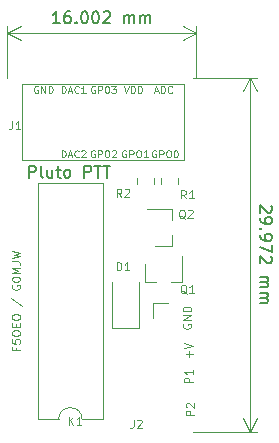
<source format=gbr>
G04 #@! TF.GenerationSoftware,KiCad,Pcbnew,(5.1.2)-2*
G04 #@! TF.CreationDate,2020-01-05T09:35:50+00:00*
G04 #@! TF.ProjectId,PlutoPTT,506c7574-6f50-4545-942e-6b696361645f,rev?*
G04 #@! TF.SameCoordinates,Original*
G04 #@! TF.FileFunction,Legend,Top*
G04 #@! TF.FilePolarity,Positive*
%FSLAX46Y46*%
G04 Gerber Fmt 4.6, Leading zero omitted, Abs format (unit mm)*
G04 Created by KiCad (PCBNEW (5.1.2)-2) date 2020-01-05 09:35:50*
%MOMM*%
%LPD*%
G04 APERTURE LIST*
%ADD10C,0.150000*%
%ADD11C,0.120000*%
%ADD12C,0.100000*%
G04 APERTURE END LIST*
D10*
X66111857Y-49220380D02*
X66111857Y-48220380D01*
X66492809Y-48220380D01*
X66588047Y-48268000D01*
X66635666Y-48315619D01*
X66683285Y-48410857D01*
X66683285Y-48553714D01*
X66635666Y-48648952D01*
X66588047Y-48696571D01*
X66492809Y-48744190D01*
X66111857Y-48744190D01*
X67254714Y-49220380D02*
X67159476Y-49172761D01*
X67111857Y-49077523D01*
X67111857Y-48220380D01*
X68064238Y-48553714D02*
X68064238Y-49220380D01*
X67635666Y-48553714D02*
X67635666Y-49077523D01*
X67683285Y-49172761D01*
X67778523Y-49220380D01*
X67921380Y-49220380D01*
X68016619Y-49172761D01*
X68064238Y-49125142D01*
X68397571Y-48553714D02*
X68778523Y-48553714D01*
X68540428Y-48220380D02*
X68540428Y-49077523D01*
X68588047Y-49172761D01*
X68683285Y-49220380D01*
X68778523Y-49220380D01*
X69254714Y-49220380D02*
X69159476Y-49172761D01*
X69111857Y-49125142D01*
X69064238Y-49029904D01*
X69064238Y-48744190D01*
X69111857Y-48648952D01*
X69159476Y-48601333D01*
X69254714Y-48553714D01*
X69397571Y-48553714D01*
X69492809Y-48601333D01*
X69540428Y-48648952D01*
X69588047Y-48744190D01*
X69588047Y-49029904D01*
X69540428Y-49125142D01*
X69492809Y-49172761D01*
X69397571Y-49220380D01*
X69254714Y-49220380D01*
X70778523Y-49220380D02*
X70778523Y-48220380D01*
X71159476Y-48220380D01*
X71254714Y-48268000D01*
X71302333Y-48315619D01*
X71349952Y-48410857D01*
X71349952Y-48553714D01*
X71302333Y-48648952D01*
X71254714Y-48696571D01*
X71159476Y-48744190D01*
X70778523Y-48744190D01*
X71635666Y-48220380D02*
X72207095Y-48220380D01*
X71921380Y-49220380D02*
X71921380Y-48220380D01*
X72397571Y-48220380D02*
X72969000Y-48220380D01*
X72683285Y-49220380D02*
X72683285Y-48220380D01*
D11*
X79248000Y-41275000D02*
X65532000Y-41275000D01*
X79248000Y-47752000D02*
X79248000Y-41275000D01*
X65532000Y-47752000D02*
X79248000Y-47752000D01*
X65532000Y-41275000D02*
X65532000Y-47752000D01*
D12*
X76854142Y-46944000D02*
X76797000Y-46915428D01*
X76711285Y-46915428D01*
X76625571Y-46944000D01*
X76568428Y-47001142D01*
X76539857Y-47058285D01*
X76511285Y-47172571D01*
X76511285Y-47258285D01*
X76539857Y-47372571D01*
X76568428Y-47429714D01*
X76625571Y-47486857D01*
X76711285Y-47515428D01*
X76768428Y-47515428D01*
X76854142Y-47486857D01*
X76882714Y-47458285D01*
X76882714Y-47258285D01*
X76768428Y-47258285D01*
X77139857Y-47515428D02*
X77139857Y-46915428D01*
X77368428Y-46915428D01*
X77425571Y-46944000D01*
X77454142Y-46972571D01*
X77482714Y-47029714D01*
X77482714Y-47115428D01*
X77454142Y-47172571D01*
X77425571Y-47201142D01*
X77368428Y-47229714D01*
X77139857Y-47229714D01*
X77854142Y-46915428D02*
X77968428Y-46915428D01*
X78025571Y-46944000D01*
X78082714Y-47001142D01*
X78111285Y-47115428D01*
X78111285Y-47315428D01*
X78082714Y-47429714D01*
X78025571Y-47486857D01*
X77968428Y-47515428D01*
X77854142Y-47515428D01*
X77797000Y-47486857D01*
X77739857Y-47429714D01*
X77711285Y-47315428D01*
X77711285Y-47115428D01*
X77739857Y-47001142D01*
X77797000Y-46944000D01*
X77854142Y-46915428D01*
X78482714Y-46915428D02*
X78539857Y-46915428D01*
X78597000Y-46944000D01*
X78625571Y-46972571D01*
X78654142Y-47029714D01*
X78682714Y-47144000D01*
X78682714Y-47286857D01*
X78654142Y-47401142D01*
X78625571Y-47458285D01*
X78597000Y-47486857D01*
X78539857Y-47515428D01*
X78482714Y-47515428D01*
X78425571Y-47486857D01*
X78397000Y-47458285D01*
X78368428Y-47401142D01*
X78339857Y-47286857D01*
X78339857Y-47144000D01*
X78368428Y-47029714D01*
X78397000Y-46972571D01*
X78425571Y-46944000D01*
X78482714Y-46915428D01*
X74314142Y-46944000D02*
X74257000Y-46915428D01*
X74171285Y-46915428D01*
X74085571Y-46944000D01*
X74028428Y-47001142D01*
X73999857Y-47058285D01*
X73971285Y-47172571D01*
X73971285Y-47258285D01*
X73999857Y-47372571D01*
X74028428Y-47429714D01*
X74085571Y-47486857D01*
X74171285Y-47515428D01*
X74228428Y-47515428D01*
X74314142Y-47486857D01*
X74342714Y-47458285D01*
X74342714Y-47258285D01*
X74228428Y-47258285D01*
X74599857Y-47515428D02*
X74599857Y-46915428D01*
X74828428Y-46915428D01*
X74885571Y-46944000D01*
X74914142Y-46972571D01*
X74942714Y-47029714D01*
X74942714Y-47115428D01*
X74914142Y-47172571D01*
X74885571Y-47201142D01*
X74828428Y-47229714D01*
X74599857Y-47229714D01*
X75314142Y-46915428D02*
X75428428Y-46915428D01*
X75485571Y-46944000D01*
X75542714Y-47001142D01*
X75571285Y-47115428D01*
X75571285Y-47315428D01*
X75542714Y-47429714D01*
X75485571Y-47486857D01*
X75428428Y-47515428D01*
X75314142Y-47515428D01*
X75257000Y-47486857D01*
X75199857Y-47429714D01*
X75171285Y-47315428D01*
X75171285Y-47115428D01*
X75199857Y-47001142D01*
X75257000Y-46944000D01*
X75314142Y-46915428D01*
X76142714Y-47515428D02*
X75799857Y-47515428D01*
X75971285Y-47515428D02*
X75971285Y-46915428D01*
X75914142Y-47001142D01*
X75857000Y-47058285D01*
X75799857Y-47086857D01*
X71647142Y-46944000D02*
X71590000Y-46915428D01*
X71504285Y-46915428D01*
X71418571Y-46944000D01*
X71361428Y-47001142D01*
X71332857Y-47058285D01*
X71304285Y-47172571D01*
X71304285Y-47258285D01*
X71332857Y-47372571D01*
X71361428Y-47429714D01*
X71418571Y-47486857D01*
X71504285Y-47515428D01*
X71561428Y-47515428D01*
X71647142Y-47486857D01*
X71675714Y-47458285D01*
X71675714Y-47258285D01*
X71561428Y-47258285D01*
X71932857Y-47515428D02*
X71932857Y-46915428D01*
X72161428Y-46915428D01*
X72218571Y-46944000D01*
X72247142Y-46972571D01*
X72275714Y-47029714D01*
X72275714Y-47115428D01*
X72247142Y-47172571D01*
X72218571Y-47201142D01*
X72161428Y-47229714D01*
X71932857Y-47229714D01*
X72647142Y-46915428D02*
X72761428Y-46915428D01*
X72818571Y-46944000D01*
X72875714Y-47001142D01*
X72904285Y-47115428D01*
X72904285Y-47315428D01*
X72875714Y-47429714D01*
X72818571Y-47486857D01*
X72761428Y-47515428D01*
X72647142Y-47515428D01*
X72590000Y-47486857D01*
X72532857Y-47429714D01*
X72504285Y-47315428D01*
X72504285Y-47115428D01*
X72532857Y-47001142D01*
X72590000Y-46944000D01*
X72647142Y-46915428D01*
X73132857Y-46972571D02*
X73161428Y-46944000D01*
X73218571Y-46915428D01*
X73361428Y-46915428D01*
X73418571Y-46944000D01*
X73447142Y-46972571D01*
X73475714Y-47029714D01*
X73475714Y-47086857D01*
X73447142Y-47172571D01*
X73104285Y-47515428D01*
X73475714Y-47515428D01*
X68850000Y-47515428D02*
X68850000Y-46915428D01*
X68992857Y-46915428D01*
X69078571Y-46944000D01*
X69135714Y-47001142D01*
X69164285Y-47058285D01*
X69192857Y-47172571D01*
X69192857Y-47258285D01*
X69164285Y-47372571D01*
X69135714Y-47429714D01*
X69078571Y-47486857D01*
X68992857Y-47515428D01*
X68850000Y-47515428D01*
X69421428Y-47344000D02*
X69707142Y-47344000D01*
X69364285Y-47515428D02*
X69564285Y-46915428D01*
X69764285Y-47515428D01*
X70307142Y-47458285D02*
X70278571Y-47486857D01*
X70192857Y-47515428D01*
X70135714Y-47515428D01*
X70050000Y-47486857D01*
X69992857Y-47429714D01*
X69964285Y-47372571D01*
X69935714Y-47258285D01*
X69935714Y-47172571D01*
X69964285Y-47058285D01*
X69992857Y-47001142D01*
X70050000Y-46944000D01*
X70135714Y-46915428D01*
X70192857Y-46915428D01*
X70278571Y-46944000D01*
X70307142Y-46972571D01*
X70535714Y-46972571D02*
X70564285Y-46944000D01*
X70621428Y-46915428D01*
X70764285Y-46915428D01*
X70821428Y-46944000D01*
X70850000Y-46972571D01*
X70878571Y-47029714D01*
X70878571Y-47086857D01*
X70850000Y-47172571D01*
X70507142Y-47515428D01*
X70878571Y-47515428D01*
X66852857Y-41483000D02*
X66795714Y-41454428D01*
X66710000Y-41454428D01*
X66624285Y-41483000D01*
X66567142Y-41540142D01*
X66538571Y-41597285D01*
X66510000Y-41711571D01*
X66510000Y-41797285D01*
X66538571Y-41911571D01*
X66567142Y-41968714D01*
X66624285Y-42025857D01*
X66710000Y-42054428D01*
X66767142Y-42054428D01*
X66852857Y-42025857D01*
X66881428Y-41997285D01*
X66881428Y-41797285D01*
X66767142Y-41797285D01*
X67138571Y-42054428D02*
X67138571Y-41454428D01*
X67481428Y-42054428D01*
X67481428Y-41454428D01*
X67767142Y-42054428D02*
X67767142Y-41454428D01*
X67910000Y-41454428D01*
X67995714Y-41483000D01*
X68052857Y-41540142D01*
X68081428Y-41597285D01*
X68110000Y-41711571D01*
X68110000Y-41797285D01*
X68081428Y-41911571D01*
X68052857Y-41968714D01*
X67995714Y-42025857D01*
X67910000Y-42054428D01*
X67767142Y-42054428D01*
X76727142Y-41883000D02*
X77012857Y-41883000D01*
X76670000Y-42054428D02*
X76870000Y-41454428D01*
X77070000Y-42054428D01*
X77270000Y-42054428D02*
X77270000Y-41454428D01*
X77412857Y-41454428D01*
X77498571Y-41483000D01*
X77555714Y-41540142D01*
X77584285Y-41597285D01*
X77612857Y-41711571D01*
X77612857Y-41797285D01*
X77584285Y-41911571D01*
X77555714Y-41968714D01*
X77498571Y-42025857D01*
X77412857Y-42054428D01*
X77270000Y-42054428D01*
X78212857Y-41997285D02*
X78184285Y-42025857D01*
X78098571Y-42054428D01*
X78041428Y-42054428D01*
X77955714Y-42025857D01*
X77898571Y-41968714D01*
X77870000Y-41911571D01*
X77841428Y-41797285D01*
X77841428Y-41711571D01*
X77870000Y-41597285D01*
X77898571Y-41540142D01*
X77955714Y-41483000D01*
X78041428Y-41454428D01*
X78098571Y-41454428D01*
X78184285Y-41483000D01*
X78212857Y-41511571D01*
X74130000Y-41454428D02*
X74330000Y-42054428D01*
X74530000Y-41454428D01*
X74730000Y-42054428D02*
X74730000Y-41454428D01*
X74872857Y-41454428D01*
X74958571Y-41483000D01*
X75015714Y-41540142D01*
X75044285Y-41597285D01*
X75072857Y-41711571D01*
X75072857Y-41797285D01*
X75044285Y-41911571D01*
X75015714Y-41968714D01*
X74958571Y-42025857D01*
X74872857Y-42054428D01*
X74730000Y-42054428D01*
X75330000Y-42054428D02*
X75330000Y-41454428D01*
X75472857Y-41454428D01*
X75558571Y-41483000D01*
X75615714Y-41540142D01*
X75644285Y-41597285D01*
X75672857Y-41711571D01*
X75672857Y-41797285D01*
X75644285Y-41911571D01*
X75615714Y-41968714D01*
X75558571Y-42025857D01*
X75472857Y-42054428D01*
X75330000Y-42054428D01*
X71675714Y-41483000D02*
X71618571Y-41454428D01*
X71532857Y-41454428D01*
X71447142Y-41483000D01*
X71390000Y-41540142D01*
X71361428Y-41597285D01*
X71332857Y-41711571D01*
X71332857Y-41797285D01*
X71361428Y-41911571D01*
X71390000Y-41968714D01*
X71447142Y-42025857D01*
X71532857Y-42054428D01*
X71590000Y-42054428D01*
X71675714Y-42025857D01*
X71704285Y-41997285D01*
X71704285Y-41797285D01*
X71590000Y-41797285D01*
X71961428Y-42054428D02*
X71961428Y-41454428D01*
X72190000Y-41454428D01*
X72247142Y-41483000D01*
X72275714Y-41511571D01*
X72304285Y-41568714D01*
X72304285Y-41654428D01*
X72275714Y-41711571D01*
X72247142Y-41740142D01*
X72190000Y-41768714D01*
X71961428Y-41768714D01*
X72675714Y-41454428D02*
X72732857Y-41454428D01*
X72790000Y-41483000D01*
X72818571Y-41511571D01*
X72847142Y-41568714D01*
X72875714Y-41683000D01*
X72875714Y-41825857D01*
X72847142Y-41940142D01*
X72818571Y-41997285D01*
X72790000Y-42025857D01*
X72732857Y-42054428D01*
X72675714Y-42054428D01*
X72618571Y-42025857D01*
X72590000Y-41997285D01*
X72561428Y-41940142D01*
X72532857Y-41825857D01*
X72532857Y-41683000D01*
X72561428Y-41568714D01*
X72590000Y-41511571D01*
X72618571Y-41483000D01*
X72675714Y-41454428D01*
X73075714Y-41454428D02*
X73447142Y-41454428D01*
X73247142Y-41683000D01*
X73332857Y-41683000D01*
X73390000Y-41711571D01*
X73418571Y-41740142D01*
X73447142Y-41797285D01*
X73447142Y-41940142D01*
X73418571Y-41997285D01*
X73390000Y-42025857D01*
X73332857Y-42054428D01*
X73161428Y-42054428D01*
X73104285Y-42025857D01*
X73075714Y-41997285D01*
X68850000Y-42054428D02*
X68850000Y-41454428D01*
X68992857Y-41454428D01*
X69078571Y-41483000D01*
X69135714Y-41540142D01*
X69164285Y-41597285D01*
X69192857Y-41711571D01*
X69192857Y-41797285D01*
X69164285Y-41911571D01*
X69135714Y-41968714D01*
X69078571Y-42025857D01*
X68992857Y-42054428D01*
X68850000Y-42054428D01*
X69421428Y-41883000D02*
X69707142Y-41883000D01*
X69364285Y-42054428D02*
X69564285Y-41454428D01*
X69764285Y-42054428D01*
X70307142Y-41997285D02*
X70278571Y-42025857D01*
X70192857Y-42054428D01*
X70135714Y-42054428D01*
X70050000Y-42025857D01*
X69992857Y-41968714D01*
X69964285Y-41911571D01*
X69935714Y-41797285D01*
X69935714Y-41711571D01*
X69964285Y-41597285D01*
X69992857Y-41540142D01*
X70050000Y-41483000D01*
X70135714Y-41454428D01*
X70192857Y-41454428D01*
X70278571Y-41483000D01*
X70307142Y-41511571D01*
X70878571Y-42054428D02*
X70535714Y-42054428D01*
X70707142Y-42054428D02*
X70707142Y-41454428D01*
X70650000Y-41540142D01*
X70592857Y-41597285D01*
X70535714Y-41625857D01*
X80072666Y-69350666D02*
X79372666Y-69350666D01*
X79372666Y-69084000D01*
X79406000Y-69017333D01*
X79439333Y-68984000D01*
X79506000Y-68950666D01*
X79606000Y-68950666D01*
X79672666Y-68984000D01*
X79706000Y-69017333D01*
X79739333Y-69084000D01*
X79739333Y-69350666D01*
X79439333Y-68684000D02*
X79406000Y-68650666D01*
X79372666Y-68584000D01*
X79372666Y-68417333D01*
X79406000Y-68350666D01*
X79439333Y-68317333D01*
X79506000Y-68284000D01*
X79572666Y-68284000D01*
X79672666Y-68317333D01*
X80072666Y-68717333D01*
X80072666Y-68284000D01*
X79945666Y-66556666D02*
X79245666Y-66556666D01*
X79245666Y-66290000D01*
X79279000Y-66223333D01*
X79312333Y-66190000D01*
X79379000Y-66156666D01*
X79479000Y-66156666D01*
X79545666Y-66190000D01*
X79579000Y-66223333D01*
X79612333Y-66290000D01*
X79612333Y-66556666D01*
X79945666Y-65490000D02*
X79945666Y-65890000D01*
X79945666Y-65690000D02*
X79245666Y-65690000D01*
X79345666Y-65756666D01*
X79412333Y-65823333D01*
X79445666Y-65890000D01*
X79679000Y-64447666D02*
X79679000Y-63914333D01*
X79945666Y-64181000D02*
X79412333Y-64181000D01*
X79245666Y-63681000D02*
X79945666Y-63447666D01*
X79245666Y-63214333D01*
X79152000Y-61620333D02*
X79118666Y-61687000D01*
X79118666Y-61787000D01*
X79152000Y-61887000D01*
X79218666Y-61953666D01*
X79285333Y-61987000D01*
X79418666Y-62020333D01*
X79518666Y-62020333D01*
X79652000Y-61987000D01*
X79718666Y-61953666D01*
X79785333Y-61887000D01*
X79818666Y-61787000D01*
X79818666Y-61720333D01*
X79785333Y-61620333D01*
X79752000Y-61587000D01*
X79518666Y-61587000D01*
X79518666Y-61720333D01*
X79818666Y-61287000D02*
X79118666Y-61287000D01*
X79818666Y-60887000D01*
X79118666Y-60887000D01*
X79818666Y-60553666D02*
X79118666Y-60553666D01*
X79118666Y-60387000D01*
X79152000Y-60287000D01*
X79218666Y-60220333D01*
X79285333Y-60187000D01*
X79418666Y-60153666D01*
X79518666Y-60153666D01*
X79652000Y-60187000D01*
X79718666Y-60220333D01*
X79785333Y-60287000D01*
X79818666Y-60387000D01*
X79818666Y-60553666D01*
D10*
X68691571Y-36139380D02*
X68120142Y-36139380D01*
X68405857Y-36139380D02*
X68405857Y-35139380D01*
X68310619Y-35282238D01*
X68215380Y-35377476D01*
X68120142Y-35425095D01*
X69548714Y-35139380D02*
X69358238Y-35139380D01*
X69263000Y-35187000D01*
X69215380Y-35234619D01*
X69120142Y-35377476D01*
X69072523Y-35567952D01*
X69072523Y-35948904D01*
X69120142Y-36044142D01*
X69167761Y-36091761D01*
X69263000Y-36139380D01*
X69453476Y-36139380D01*
X69548714Y-36091761D01*
X69596333Y-36044142D01*
X69643952Y-35948904D01*
X69643952Y-35710809D01*
X69596333Y-35615571D01*
X69548714Y-35567952D01*
X69453476Y-35520333D01*
X69263000Y-35520333D01*
X69167761Y-35567952D01*
X69120142Y-35615571D01*
X69072523Y-35710809D01*
X70072523Y-36044142D02*
X70120142Y-36091761D01*
X70072523Y-36139380D01*
X70024904Y-36091761D01*
X70072523Y-36044142D01*
X70072523Y-36139380D01*
X70739190Y-35139380D02*
X70834428Y-35139380D01*
X70929666Y-35187000D01*
X70977285Y-35234619D01*
X71024904Y-35329857D01*
X71072523Y-35520333D01*
X71072523Y-35758428D01*
X71024904Y-35948904D01*
X70977285Y-36044142D01*
X70929666Y-36091761D01*
X70834428Y-36139380D01*
X70739190Y-36139380D01*
X70643952Y-36091761D01*
X70596333Y-36044142D01*
X70548714Y-35948904D01*
X70501095Y-35758428D01*
X70501095Y-35520333D01*
X70548714Y-35329857D01*
X70596333Y-35234619D01*
X70643952Y-35187000D01*
X70739190Y-35139380D01*
X71691571Y-35139380D02*
X71786809Y-35139380D01*
X71882047Y-35187000D01*
X71929666Y-35234619D01*
X71977285Y-35329857D01*
X72024904Y-35520333D01*
X72024904Y-35758428D01*
X71977285Y-35948904D01*
X71929666Y-36044142D01*
X71882047Y-36091761D01*
X71786809Y-36139380D01*
X71691571Y-36139380D01*
X71596333Y-36091761D01*
X71548714Y-36044142D01*
X71501095Y-35948904D01*
X71453476Y-35758428D01*
X71453476Y-35520333D01*
X71501095Y-35329857D01*
X71548714Y-35234619D01*
X71596333Y-35187000D01*
X71691571Y-35139380D01*
X72405857Y-35234619D02*
X72453476Y-35187000D01*
X72548714Y-35139380D01*
X72786809Y-35139380D01*
X72882047Y-35187000D01*
X72929666Y-35234619D01*
X72977285Y-35329857D01*
X72977285Y-35425095D01*
X72929666Y-35567952D01*
X72358238Y-36139380D01*
X72977285Y-36139380D01*
X74167761Y-36139380D02*
X74167761Y-35472714D01*
X74167761Y-35567952D02*
X74215380Y-35520333D01*
X74310619Y-35472714D01*
X74453476Y-35472714D01*
X74548714Y-35520333D01*
X74596333Y-35615571D01*
X74596333Y-36139380D01*
X74596333Y-35615571D02*
X74643952Y-35520333D01*
X74739190Y-35472714D01*
X74882047Y-35472714D01*
X74977285Y-35520333D01*
X75024904Y-35615571D01*
X75024904Y-36139380D01*
X75501095Y-36139380D02*
X75501095Y-35472714D01*
X75501095Y-35567952D02*
X75548714Y-35520333D01*
X75643952Y-35472714D01*
X75786809Y-35472714D01*
X75882047Y-35520333D01*
X75929666Y-35615571D01*
X75929666Y-36139380D01*
X75929666Y-35615571D02*
X75977285Y-35520333D01*
X76072523Y-35472714D01*
X76215380Y-35472714D01*
X76310619Y-35520333D01*
X76358238Y-35615571D01*
X76358238Y-36139380D01*
D11*
X80264000Y-36957000D02*
X64262000Y-36957000D01*
X80264000Y-40767000D02*
X80264000Y-36370579D01*
X64262000Y-40767000D02*
X64262000Y-36370579D01*
X64262000Y-36957000D02*
X65388504Y-36370579D01*
X64262000Y-36957000D02*
X65388504Y-37543421D01*
X80264000Y-36957000D02*
X79137496Y-36370579D01*
X80264000Y-36957000D02*
X79137496Y-37543421D01*
D10*
X86558380Y-51610142D02*
X86606000Y-51657761D01*
X86653619Y-51753000D01*
X86653619Y-51991095D01*
X86606000Y-52086333D01*
X86558380Y-52133952D01*
X86463142Y-52181571D01*
X86367904Y-52181571D01*
X86225047Y-52133952D01*
X85653619Y-51562523D01*
X85653619Y-52181571D01*
X85653619Y-52657761D02*
X85653619Y-52848238D01*
X85701238Y-52943476D01*
X85748857Y-52991095D01*
X85891714Y-53086333D01*
X86082190Y-53133952D01*
X86463142Y-53133952D01*
X86558380Y-53086333D01*
X86606000Y-53038714D01*
X86653619Y-52943476D01*
X86653619Y-52753000D01*
X86606000Y-52657761D01*
X86558380Y-52610142D01*
X86463142Y-52562523D01*
X86225047Y-52562523D01*
X86129809Y-52610142D01*
X86082190Y-52657761D01*
X86034571Y-52753000D01*
X86034571Y-52943476D01*
X86082190Y-53038714D01*
X86129809Y-53086333D01*
X86225047Y-53133952D01*
X85748857Y-53562523D02*
X85701238Y-53610142D01*
X85653619Y-53562523D01*
X85701238Y-53514904D01*
X85748857Y-53562523D01*
X85653619Y-53562523D01*
X85653619Y-54086333D02*
X85653619Y-54276809D01*
X85701238Y-54372047D01*
X85748857Y-54419666D01*
X85891714Y-54514904D01*
X86082190Y-54562523D01*
X86463142Y-54562523D01*
X86558380Y-54514904D01*
X86606000Y-54467285D01*
X86653619Y-54372047D01*
X86653619Y-54181571D01*
X86606000Y-54086333D01*
X86558380Y-54038714D01*
X86463142Y-53991095D01*
X86225047Y-53991095D01*
X86129809Y-54038714D01*
X86082190Y-54086333D01*
X86034571Y-54181571D01*
X86034571Y-54372047D01*
X86082190Y-54467285D01*
X86129809Y-54514904D01*
X86225047Y-54562523D01*
X86653619Y-54895857D02*
X86653619Y-55562523D01*
X85653619Y-55133952D01*
X86558380Y-55895857D02*
X86606000Y-55943476D01*
X86653619Y-56038714D01*
X86653619Y-56276809D01*
X86606000Y-56372047D01*
X86558380Y-56419666D01*
X86463142Y-56467285D01*
X86367904Y-56467285D01*
X86225047Y-56419666D01*
X85653619Y-55848238D01*
X85653619Y-56467285D01*
X85653619Y-57657761D02*
X86320285Y-57657761D01*
X86225047Y-57657761D02*
X86272666Y-57705380D01*
X86320285Y-57800619D01*
X86320285Y-57943476D01*
X86272666Y-58038714D01*
X86177428Y-58086333D01*
X85653619Y-58086333D01*
X86177428Y-58086333D02*
X86272666Y-58133952D01*
X86320285Y-58229190D01*
X86320285Y-58372047D01*
X86272666Y-58467285D01*
X86177428Y-58514904D01*
X85653619Y-58514904D01*
X85653619Y-58991095D02*
X86320285Y-58991095D01*
X86225047Y-58991095D02*
X86272666Y-59038714D01*
X86320285Y-59133952D01*
X86320285Y-59276809D01*
X86272666Y-59372047D01*
X86177428Y-59419666D01*
X85653619Y-59419666D01*
X86177428Y-59419666D02*
X86272666Y-59467285D01*
X86320285Y-59562523D01*
X86320285Y-59705380D01*
X86272666Y-59800619D01*
X86177428Y-59848238D01*
X85653619Y-59848238D01*
D11*
X84836000Y-40767000D02*
X84836000Y-70739000D01*
X80010000Y-40767000D02*
X85422421Y-40767000D01*
X80010000Y-70739000D02*
X85422421Y-70739000D01*
X84836000Y-70739000D02*
X84249579Y-69612496D01*
X84836000Y-70739000D02*
X85422421Y-69612496D01*
X84836000Y-40767000D02*
X84249579Y-41893504D01*
X84836000Y-40767000D02*
X85422421Y-41893504D01*
D12*
X64974000Y-63623333D02*
X64974000Y-63856666D01*
X65340666Y-63856666D02*
X64640666Y-63856666D01*
X64640666Y-63523333D01*
X64640666Y-62923333D02*
X64640666Y-63256666D01*
X64974000Y-63290000D01*
X64940666Y-63256666D01*
X64907333Y-63190000D01*
X64907333Y-63023333D01*
X64940666Y-62956666D01*
X64974000Y-62923333D01*
X65040666Y-62890000D01*
X65207333Y-62890000D01*
X65274000Y-62923333D01*
X65307333Y-62956666D01*
X65340666Y-63023333D01*
X65340666Y-63190000D01*
X65307333Y-63256666D01*
X65274000Y-63290000D01*
X64640666Y-62456666D02*
X64640666Y-62323333D01*
X64674000Y-62256666D01*
X64740666Y-62190000D01*
X64874000Y-62156666D01*
X65107333Y-62156666D01*
X65240666Y-62190000D01*
X65307333Y-62256666D01*
X65340666Y-62323333D01*
X65340666Y-62456666D01*
X65307333Y-62523333D01*
X65240666Y-62590000D01*
X65107333Y-62623333D01*
X64874000Y-62623333D01*
X64740666Y-62590000D01*
X64674000Y-62523333D01*
X64640666Y-62456666D01*
X64974000Y-61856666D02*
X64974000Y-61623333D01*
X65340666Y-61523333D02*
X65340666Y-61856666D01*
X64640666Y-61856666D01*
X64640666Y-61523333D01*
X64640666Y-61090000D02*
X64640666Y-60956666D01*
X64674000Y-60890000D01*
X64740666Y-60823333D01*
X64874000Y-60790000D01*
X65107333Y-60790000D01*
X65240666Y-60823333D01*
X65307333Y-60890000D01*
X65340666Y-60956666D01*
X65340666Y-61090000D01*
X65307333Y-61156666D01*
X65240666Y-61223333D01*
X65107333Y-61256666D01*
X64874000Y-61256666D01*
X64740666Y-61223333D01*
X64674000Y-61156666D01*
X64640666Y-61090000D01*
X64607333Y-59456666D02*
X65507333Y-60056666D01*
X64674000Y-58323333D02*
X64640666Y-58390000D01*
X64640666Y-58490000D01*
X64674000Y-58590000D01*
X64740666Y-58656666D01*
X64807333Y-58690000D01*
X64940666Y-58723333D01*
X65040666Y-58723333D01*
X65174000Y-58690000D01*
X65240666Y-58656666D01*
X65307333Y-58590000D01*
X65340666Y-58490000D01*
X65340666Y-58423333D01*
X65307333Y-58323333D01*
X65274000Y-58290000D01*
X65040666Y-58290000D01*
X65040666Y-58423333D01*
X64640666Y-57856666D02*
X64640666Y-57790000D01*
X64674000Y-57723333D01*
X64707333Y-57690000D01*
X64774000Y-57656666D01*
X64907333Y-57623333D01*
X65074000Y-57623333D01*
X65207333Y-57656666D01*
X65274000Y-57690000D01*
X65307333Y-57723333D01*
X65340666Y-57790000D01*
X65340666Y-57856666D01*
X65307333Y-57923333D01*
X65274000Y-57956666D01*
X65207333Y-57990000D01*
X65074000Y-58023333D01*
X64907333Y-58023333D01*
X64774000Y-57990000D01*
X64707333Y-57956666D01*
X64674000Y-57923333D01*
X64640666Y-57856666D01*
X65340666Y-57323333D02*
X64640666Y-57323333D01*
X65140666Y-57090000D01*
X64640666Y-56856666D01*
X65340666Y-56856666D01*
X64640666Y-56323333D02*
X65140666Y-56323333D01*
X65240666Y-56356666D01*
X65307333Y-56423333D01*
X65340666Y-56523333D01*
X65340666Y-56590000D01*
X64640666Y-56056666D02*
X65340666Y-55890000D01*
X64840666Y-55756666D01*
X65340666Y-55623333D01*
X64640666Y-55456666D01*
D11*
X73160000Y-58087000D02*
X73160000Y-61972000D01*
X73160000Y-61972000D02*
X75430000Y-61972000D01*
X75430000Y-61972000D02*
X75430000Y-58087000D01*
X76581000Y-61087000D02*
X76581000Y-59817000D01*
X76581000Y-59817000D02*
X77851000Y-59817000D01*
X70596000Y-69700000D02*
X72366000Y-69700000D01*
X72366000Y-69700000D02*
X72366000Y-49680000D01*
X72366000Y-49680000D02*
X66826000Y-49680000D01*
X66826000Y-49680000D02*
X66826000Y-69700000D01*
X66826000Y-69700000D02*
X68596000Y-69700000D01*
X68596000Y-69700000D02*
G75*
G02X70596000Y-69700000I1000000J0D01*
G01*
X75890000Y-58037000D02*
X76820000Y-58037000D01*
X79050000Y-58037000D02*
X78120000Y-58037000D01*
X79050000Y-58037000D02*
X79050000Y-55877000D01*
X75890000Y-58037000D02*
X75890000Y-56577000D01*
X77268000Y-49791252D02*
X77268000Y-49268748D01*
X78688000Y-49791252D02*
X78688000Y-49268748D01*
X78230000Y-55047000D02*
X78230000Y-54117000D01*
X78230000Y-51887000D02*
X78230000Y-52817000D01*
X78230000Y-51887000D02*
X76070000Y-51887000D01*
X78230000Y-55047000D02*
X76770000Y-55047000D01*
X75236000Y-49791252D02*
X75236000Y-49268748D01*
X76656000Y-49791252D02*
X76656000Y-49268748D01*
D12*
X73524333Y-57085666D02*
X73524333Y-56385666D01*
X73691000Y-56385666D01*
X73791000Y-56419000D01*
X73857666Y-56485666D01*
X73891000Y-56552333D01*
X73924333Y-56685666D01*
X73924333Y-56785666D01*
X73891000Y-56919000D01*
X73857666Y-56985666D01*
X73791000Y-57052333D01*
X73691000Y-57085666D01*
X73524333Y-57085666D01*
X74591000Y-57085666D02*
X74191000Y-57085666D01*
X74391000Y-57085666D02*
X74391000Y-56385666D01*
X74324333Y-56485666D01*
X74257666Y-56552333D01*
X74191000Y-56585666D01*
X74950666Y-69720666D02*
X74950666Y-70220666D01*
X74917333Y-70320666D01*
X74850666Y-70387333D01*
X74750666Y-70420666D01*
X74684000Y-70420666D01*
X75250666Y-69787333D02*
X75284000Y-69754000D01*
X75350666Y-69720666D01*
X75517333Y-69720666D01*
X75584000Y-69754000D01*
X75617333Y-69787333D01*
X75650666Y-69854000D01*
X75650666Y-69920666D01*
X75617333Y-70020666D01*
X75217333Y-70420666D01*
X75650666Y-70420666D01*
X64663666Y-44447666D02*
X64663666Y-44947666D01*
X64630333Y-45047666D01*
X64563666Y-45114333D01*
X64463666Y-45147666D01*
X64397000Y-45147666D01*
X65363666Y-45147666D02*
X64963666Y-45147666D01*
X65163666Y-45147666D02*
X65163666Y-44447666D01*
X65097000Y-44547666D01*
X65030333Y-44614333D01*
X64963666Y-44647666D01*
X69460333Y-70166666D02*
X69460333Y-69466666D01*
X69860333Y-70166666D02*
X69560333Y-69766666D01*
X69860333Y-69466666D02*
X69460333Y-69866666D01*
X70527000Y-70166666D02*
X70127000Y-70166666D01*
X70327000Y-70166666D02*
X70327000Y-69466666D01*
X70260333Y-69566666D01*
X70193666Y-69633333D01*
X70127000Y-69666666D01*
X79435333Y-59057333D02*
X79368666Y-59024000D01*
X79302000Y-58957333D01*
X79202000Y-58857333D01*
X79135333Y-58824000D01*
X79068666Y-58824000D01*
X79102000Y-58990666D02*
X79035333Y-58957333D01*
X78968666Y-58890666D01*
X78935333Y-58757333D01*
X78935333Y-58524000D01*
X78968666Y-58390666D01*
X79035333Y-58324000D01*
X79102000Y-58290666D01*
X79235333Y-58290666D01*
X79302000Y-58324000D01*
X79368666Y-58390666D01*
X79402000Y-58524000D01*
X79402000Y-58757333D01*
X79368666Y-58890666D01*
X79302000Y-58957333D01*
X79235333Y-58990666D01*
X79102000Y-58990666D01*
X80068666Y-58990666D02*
X79668666Y-58990666D01*
X79868666Y-58990666D02*
X79868666Y-58290666D01*
X79802000Y-58390666D01*
X79735333Y-58457333D01*
X79668666Y-58490666D01*
X79385333Y-50989666D02*
X79152000Y-50656333D01*
X78985333Y-50989666D02*
X78985333Y-50289666D01*
X79252000Y-50289666D01*
X79318666Y-50323000D01*
X79352000Y-50356333D01*
X79385333Y-50423000D01*
X79385333Y-50523000D01*
X79352000Y-50589666D01*
X79318666Y-50623000D01*
X79252000Y-50656333D01*
X78985333Y-50656333D01*
X80052000Y-50989666D02*
X79652000Y-50989666D01*
X79852000Y-50989666D02*
X79852000Y-50289666D01*
X79785333Y-50389666D01*
X79718666Y-50456333D01*
X79652000Y-50489666D01*
X79308333Y-52707333D02*
X79241666Y-52674000D01*
X79175000Y-52607333D01*
X79075000Y-52507333D01*
X79008333Y-52474000D01*
X78941666Y-52474000D01*
X78975000Y-52640666D02*
X78908333Y-52607333D01*
X78841666Y-52540666D01*
X78808333Y-52407333D01*
X78808333Y-52174000D01*
X78841666Y-52040666D01*
X78908333Y-51974000D01*
X78975000Y-51940666D01*
X79108333Y-51940666D01*
X79175000Y-51974000D01*
X79241666Y-52040666D01*
X79275000Y-52174000D01*
X79275000Y-52407333D01*
X79241666Y-52540666D01*
X79175000Y-52607333D01*
X79108333Y-52640666D01*
X78975000Y-52640666D01*
X79541666Y-52007333D02*
X79575000Y-51974000D01*
X79641666Y-51940666D01*
X79808333Y-51940666D01*
X79875000Y-51974000D01*
X79908333Y-52007333D01*
X79941666Y-52074000D01*
X79941666Y-52140666D01*
X79908333Y-52240666D01*
X79508333Y-52640666D01*
X79941666Y-52640666D01*
X73924333Y-50862666D02*
X73691000Y-50529333D01*
X73524333Y-50862666D02*
X73524333Y-50162666D01*
X73791000Y-50162666D01*
X73857666Y-50196000D01*
X73891000Y-50229333D01*
X73924333Y-50296000D01*
X73924333Y-50396000D01*
X73891000Y-50462666D01*
X73857666Y-50496000D01*
X73791000Y-50529333D01*
X73524333Y-50529333D01*
X74191000Y-50229333D02*
X74224333Y-50196000D01*
X74291000Y-50162666D01*
X74457666Y-50162666D01*
X74524333Y-50196000D01*
X74557666Y-50229333D01*
X74591000Y-50296000D01*
X74591000Y-50362666D01*
X74557666Y-50462666D01*
X74157666Y-50862666D01*
X74591000Y-50862666D01*
M02*

</source>
